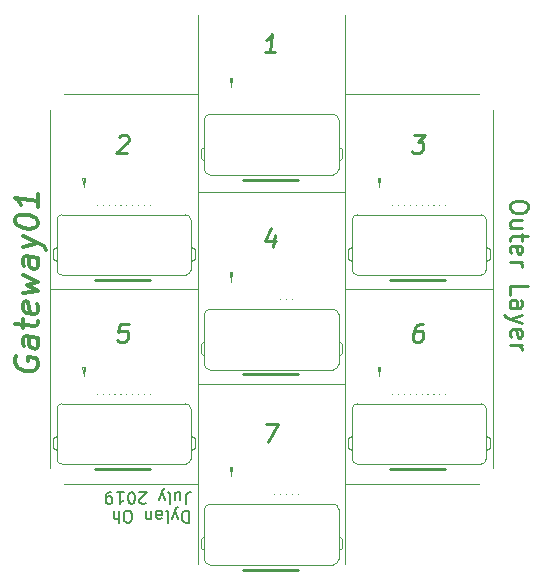
<source format=gbr>
G04 #@! TF.GenerationSoftware,KiCad,Pcbnew,(6.0.0-rc1-dev-305-gf0b8b2136)*
G04 #@! TF.CreationDate,2019-07-12T16:48:16-06:00*
G04 #@! TF.ProjectId,Gateway01,4761746577617930312E6B696361645F,rev?*
G04 #@! TF.SameCoordinates,Original*
G04 #@! TF.FileFunction,Legend,Top*
G04 #@! TF.FilePolarity,Positive*
%FSLAX46Y46*%
G04 Gerber Fmt 4.6, Leading zero omitted, Abs format (unit mm)*
G04 Created by KiCad (PCBNEW (6.0.0-rc1-dev-305-gf0b8b2136)) date 07/12/19 16:48:16*
%MOMM*%
%LPD*%
G01*
G04 APERTURE LIST*
%ADD10C,0.120000*%
%ADD11C,0.225000*%
%ADD12C,0.150000*%
%ADD13C,0.300000*%
G04 APERTURE END LIST*
D10*
X90337000Y-112330000D02*
X90537000Y-112330000D01*
X90437000Y-113100000D02*
X90337000Y-112330000D01*
X90537000Y-112330000D02*
X90437000Y-113100000D01*
X90437000Y-113100000D02*
X90437000Y-112330000D01*
X102837000Y-103830000D02*
X103037000Y-103830000D01*
X102937000Y-104600000D02*
X102837000Y-103830000D01*
X103037000Y-103830000D02*
X102937000Y-104600000D01*
X102937000Y-104600000D02*
X102937000Y-103830000D01*
X90337000Y-95830000D02*
X90537000Y-95830000D01*
X90437000Y-96600000D02*
X90337000Y-95830000D01*
X90537000Y-95830000D02*
X90437000Y-96600000D01*
X90437000Y-96600000D02*
X90437000Y-95830000D01*
X77837000Y-103830000D02*
X78037000Y-103830000D01*
X77937000Y-104600000D02*
X77837000Y-103830000D01*
X78037000Y-103830000D02*
X77937000Y-104600000D01*
X77937000Y-104600000D02*
X77937000Y-103830000D01*
X102837000Y-87830000D02*
X103037000Y-87830000D01*
X102937000Y-88600000D02*
X102837000Y-87830000D01*
X103037000Y-87830000D02*
X102937000Y-88600000D01*
X102937000Y-88600000D02*
X102937000Y-87830000D01*
X77837000Y-87830000D02*
X78037000Y-87830000D01*
X77937000Y-88600000D02*
X77837000Y-87830000D01*
X78037000Y-87830000D02*
X77937000Y-88600000D01*
X77937000Y-88600000D02*
X77937000Y-87830000D01*
X90437000Y-80100000D02*
X90437000Y-79330000D01*
D11*
X103912000Y-112500000D02*
X108572000Y-112500000D01*
X91412000Y-121000000D02*
X96072000Y-121000000D01*
X91412000Y-104460000D02*
X96072000Y-104460000D01*
X78912000Y-112500000D02*
X83572000Y-112500000D01*
X78912000Y-96500000D02*
X83572000Y-96500000D01*
X103912000Y-96500000D02*
X108572000Y-96500000D01*
D10*
X96122000Y-114650000D02*
G75*
G03X96122000Y-114650000I-60000J0D01*
G01*
X95622000Y-114650000D02*
G75*
G03X95622000Y-114650000I-60000J0D01*
G01*
X95122000Y-114650000D02*
G75*
G03X95122000Y-114650000I-60000J0D01*
G01*
X94622000Y-114650000D02*
G75*
G03X94622000Y-114650000I-60000J0D01*
G01*
X94122000Y-114650000D02*
G75*
G03X94122000Y-114650000I-60000J0D01*
G01*
X93622000Y-114650000D02*
G75*
G03X93622000Y-114650000I-60000J0D01*
G01*
X93122000Y-114650000D02*
G75*
G03X93122000Y-114650000I-60000J0D01*
G01*
X92622000Y-114650000D02*
G75*
G03X92622000Y-114650000I-60000J0D01*
G01*
X92122000Y-114650000D02*
G75*
G03X92122000Y-114650000I-60000J0D01*
G01*
X108622000Y-106150000D02*
G75*
G03X108622000Y-106150000I-60000J0D01*
G01*
X108122000Y-106150000D02*
G75*
G03X108122000Y-106150000I-60000J0D01*
G01*
X107622000Y-106150000D02*
G75*
G03X107622000Y-106150000I-60000J0D01*
G01*
X107122000Y-106150000D02*
G75*
G03X107122000Y-106150000I-60000J0D01*
G01*
X106622000Y-106150000D02*
G75*
G03X106622000Y-106150000I-60000J0D01*
G01*
X106122000Y-106150000D02*
G75*
G03X106122000Y-106150000I-60000J0D01*
G01*
X105622000Y-106150000D02*
G75*
G03X105622000Y-106150000I-60000J0D01*
G01*
X105122000Y-106150000D02*
G75*
G03X105122000Y-106150000I-60000J0D01*
G01*
X104622000Y-106150000D02*
G75*
G03X104622000Y-106150000I-60000J0D01*
G01*
X83622000Y-106150000D02*
G75*
G03X83622000Y-106150000I-60000J0D01*
G01*
X83122000Y-106150000D02*
G75*
G03X83122000Y-106150000I-60000J0D01*
G01*
X82622000Y-106150000D02*
G75*
G03X82622000Y-106150000I-60000J0D01*
G01*
X82122000Y-106150000D02*
G75*
G03X82122000Y-106150000I-60000J0D01*
G01*
X81622000Y-106150000D02*
G75*
G03X81622000Y-106150000I-60000J0D01*
G01*
X81122000Y-106150000D02*
G75*
G03X81122000Y-106150000I-60000J0D01*
G01*
X80622000Y-106150000D02*
G75*
G03X80622000Y-106150000I-60000J0D01*
G01*
X80122000Y-106150000D02*
G75*
G03X80122000Y-106150000I-60000J0D01*
G01*
X79622000Y-106150000D02*
G75*
G03X79622000Y-106150000I-60000J0D01*
G01*
X96122000Y-98150000D02*
G75*
G03X96122000Y-98150000I-60000J0D01*
G01*
X95622000Y-98150000D02*
G75*
G03X95622000Y-98150000I-60000J0D01*
G01*
X95122000Y-98150000D02*
G75*
G03X95122000Y-98150000I-60000J0D01*
G01*
X94622000Y-98150000D02*
G75*
G03X94622000Y-98150000I-60000J0D01*
G01*
X94122000Y-98150000D02*
G75*
G03X94122000Y-98150000I-60000J0D01*
G01*
X93622000Y-98150000D02*
G75*
G03X93622000Y-98150000I-60000J0D01*
G01*
X93122000Y-98150000D02*
G75*
G03X93122000Y-98150000I-60000J0D01*
G01*
X92622000Y-98150000D02*
G75*
G03X92622000Y-98150000I-60000J0D01*
G01*
X92122000Y-98150000D02*
G75*
G03X92122000Y-98150000I-60000J0D01*
G01*
X108622000Y-90150000D02*
G75*
G03X108622000Y-90150000I-60000J0D01*
G01*
X108122000Y-90150000D02*
G75*
G03X108122000Y-90150000I-60000J0D01*
G01*
X107622000Y-90150000D02*
G75*
G03X107622000Y-90150000I-60000J0D01*
G01*
X107122000Y-90150000D02*
G75*
G03X107122000Y-90150000I-60000J0D01*
G01*
X106622000Y-90150000D02*
G75*
G03X106622000Y-90150000I-60000J0D01*
G01*
X106122000Y-90150000D02*
G75*
G03X106122000Y-90150000I-60000J0D01*
G01*
X105622000Y-90150000D02*
G75*
G03X105622000Y-90150000I-60000J0D01*
G01*
X105122000Y-90150000D02*
G75*
G03X105122000Y-90150000I-60000J0D01*
G01*
X104622000Y-90150000D02*
G75*
G03X104622000Y-90150000I-60000J0D01*
G01*
X83622000Y-90150000D02*
G75*
G03X83622000Y-90150000I-60000J0D01*
G01*
X83122000Y-90150000D02*
G75*
G03X83122000Y-90150000I-60000J0D01*
G01*
X82622000Y-90150000D02*
G75*
G03X82622000Y-90150000I-60000J0D01*
G01*
X82122000Y-90150000D02*
G75*
G03X82122000Y-90150000I-60000J0D01*
G01*
X81622000Y-90150000D02*
G75*
G03X81622000Y-90150000I-60000J0D01*
G01*
X81122000Y-90150000D02*
G75*
G03X81122000Y-90150000I-60000J0D01*
G01*
X80622000Y-90150000D02*
G75*
G03X80622000Y-90150000I-60000J0D01*
G01*
X80122000Y-90150000D02*
G75*
G03X80122000Y-90150000I-60000J0D01*
G01*
X79622000Y-90150000D02*
G75*
G03X79622000Y-90150000I-60000J0D01*
G01*
X91622000Y-114650000D02*
G75*
G03X91622000Y-114650000I-60000J0D01*
G01*
X104122000Y-106150000D02*
G75*
G03X104122000Y-106150000I-60000J0D01*
G01*
X79122000Y-106150000D02*
G75*
G03X79122000Y-106150000I-60000J0D01*
G01*
X91622000Y-98150000D02*
G75*
G03X91622000Y-98150000I-60000J0D01*
G01*
X104122000Y-90150000D02*
G75*
G03X104122000Y-90150000I-60000J0D01*
G01*
X79122000Y-90150000D02*
G75*
G03X79122000Y-90150000I-60000J0D01*
G01*
D11*
X91452000Y-88000000D02*
X96112000Y-88000000D01*
D10*
X96122000Y-81650000D02*
G75*
G03X96122000Y-81650000I-60000J0D01*
G01*
X95622000Y-81650000D02*
G75*
G03X95622000Y-81650000I-60000J0D01*
G01*
X95122000Y-81650000D02*
G75*
G03X95122000Y-81650000I-60000J0D01*
G01*
X94622000Y-81650000D02*
G75*
G03X94622000Y-81650000I-60000J0D01*
G01*
X94122000Y-81650000D02*
G75*
G03X94122000Y-81650000I-60000J0D01*
G01*
X93622000Y-81650000D02*
G75*
G03X93622000Y-81650000I-60000J0D01*
G01*
X93122000Y-81650000D02*
G75*
G03X93122000Y-81650000I-60000J0D01*
G01*
X92622000Y-81650000D02*
G75*
G03X92622000Y-81650000I-60000J0D01*
G01*
X92122000Y-81650000D02*
G75*
G03X92122000Y-81650000I-60000J0D01*
G01*
X91622000Y-81650000D02*
G75*
G03X91622000Y-81650000I-60000J0D01*
G01*
X90537000Y-79330000D02*
X90437000Y-80100000D01*
X90337000Y-79330000D02*
X90537000Y-79330000D01*
X90437000Y-80100000D02*
X90337000Y-79330000D01*
D11*
X115561428Y-90127142D02*
X115561428Y-90412857D01*
X115490000Y-90555714D01*
X115347142Y-90698571D01*
X115061428Y-90770000D01*
X114561428Y-90770000D01*
X114275714Y-90698571D01*
X114132857Y-90555714D01*
X114061428Y-90412857D01*
X114061428Y-90127142D01*
X114132857Y-89984285D01*
X114275714Y-89841428D01*
X114561428Y-89770000D01*
X115061428Y-89770000D01*
X115347142Y-89841428D01*
X115490000Y-89984285D01*
X115561428Y-90127142D01*
X115061428Y-92055714D02*
X114061428Y-92055714D01*
X115061428Y-91412857D02*
X114275714Y-91412857D01*
X114132857Y-91484285D01*
X114061428Y-91627142D01*
X114061428Y-91841428D01*
X114132857Y-91984285D01*
X114204285Y-92055714D01*
X115061428Y-92555714D02*
X115061428Y-93127142D01*
X115561428Y-92770000D02*
X114275714Y-92770000D01*
X114132857Y-92841428D01*
X114061428Y-92984285D01*
X114061428Y-93127142D01*
X114132857Y-94198571D02*
X114061428Y-94055714D01*
X114061428Y-93770000D01*
X114132857Y-93627142D01*
X114275714Y-93555714D01*
X114847142Y-93555714D01*
X114990000Y-93627142D01*
X115061428Y-93770000D01*
X115061428Y-94055714D01*
X114990000Y-94198571D01*
X114847142Y-94270000D01*
X114704285Y-94270000D01*
X114561428Y-93555714D01*
X114061428Y-94912857D02*
X115061428Y-94912857D01*
X114775714Y-94912857D02*
X114918571Y-94984285D01*
X114990000Y-95055714D01*
X115061428Y-95198571D01*
X115061428Y-95341428D01*
X114061428Y-97698571D02*
X114061428Y-96984285D01*
X115561428Y-96984285D01*
X114061428Y-98841428D02*
X114847142Y-98841428D01*
X114990000Y-98770000D01*
X115061428Y-98627142D01*
X115061428Y-98341428D01*
X114990000Y-98198571D01*
X114132857Y-98841428D02*
X114061428Y-98698571D01*
X114061428Y-98341428D01*
X114132857Y-98198571D01*
X114275714Y-98127142D01*
X114418571Y-98127142D01*
X114561428Y-98198571D01*
X114632857Y-98341428D01*
X114632857Y-98698571D01*
X114704285Y-98841428D01*
X115061428Y-99412857D02*
X114061428Y-99770000D01*
X115061428Y-100127142D02*
X114061428Y-99770000D01*
X113704285Y-99627142D01*
X113632857Y-99555714D01*
X113561428Y-99412857D01*
X114132857Y-101270000D02*
X114061428Y-101127142D01*
X114061428Y-100841428D01*
X114132857Y-100698571D01*
X114275714Y-100627142D01*
X114847142Y-100627142D01*
X114990000Y-100698571D01*
X115061428Y-100841428D01*
X115061428Y-101127142D01*
X114990000Y-101270000D01*
X114847142Y-101341428D01*
X114704285Y-101341428D01*
X114561428Y-100627142D01*
X114061428Y-101984285D02*
X115061428Y-101984285D01*
X114775714Y-101984285D02*
X114918571Y-102055714D01*
X114990000Y-102127142D01*
X115061428Y-102270000D01*
X115061428Y-102412857D01*
D12*
X86618690Y-115417619D02*
X86618690Y-114703333D01*
X86666309Y-114560476D01*
X86761547Y-114465238D01*
X86904404Y-114417619D01*
X86999642Y-114417619D01*
X85713928Y-115084285D02*
X85713928Y-114417619D01*
X86142500Y-115084285D02*
X86142500Y-114560476D01*
X86094880Y-114465238D01*
X85999642Y-114417619D01*
X85856785Y-114417619D01*
X85761547Y-114465238D01*
X85713928Y-114512857D01*
X85094880Y-114417619D02*
X85190119Y-114465238D01*
X85237738Y-114560476D01*
X85237738Y-115417619D01*
X84809166Y-115084285D02*
X84571071Y-114417619D01*
X84332976Y-115084285D02*
X84571071Y-114417619D01*
X84666309Y-114179523D01*
X84713928Y-114131904D01*
X84809166Y-114084285D01*
X83237738Y-115322380D02*
X83190119Y-115370000D01*
X83094880Y-115417619D01*
X82856785Y-115417619D01*
X82761547Y-115370000D01*
X82713928Y-115322380D01*
X82666309Y-115227142D01*
X82666309Y-115131904D01*
X82713928Y-114989047D01*
X83285357Y-114417619D01*
X82666309Y-114417619D01*
X82047261Y-115417619D02*
X81952023Y-115417619D01*
X81856785Y-115370000D01*
X81809166Y-115322380D01*
X81761547Y-115227142D01*
X81713928Y-115036666D01*
X81713928Y-114798571D01*
X81761547Y-114608095D01*
X81809166Y-114512857D01*
X81856785Y-114465238D01*
X81952023Y-114417619D01*
X82047261Y-114417619D01*
X82142500Y-114465238D01*
X82190119Y-114512857D01*
X82237738Y-114608095D01*
X82285357Y-114798571D01*
X82285357Y-115036666D01*
X82237738Y-115227142D01*
X82190119Y-115322380D01*
X82142500Y-115370000D01*
X82047261Y-115417619D01*
X80761547Y-114417619D02*
X81332976Y-114417619D01*
X81047261Y-114417619D02*
X81047261Y-115417619D01*
X81142500Y-115274761D01*
X81237738Y-115179523D01*
X81332976Y-115131904D01*
X80285357Y-114417619D02*
X80094880Y-114417619D01*
X79999642Y-114465238D01*
X79952023Y-114512857D01*
X79856785Y-114655714D01*
X79809166Y-114846190D01*
X79809166Y-115227142D01*
X79856785Y-115322380D01*
X79904404Y-115370000D01*
X79999642Y-115417619D01*
X80190119Y-115417619D01*
X80285357Y-115370000D01*
X80332976Y-115322380D01*
X80380595Y-115227142D01*
X80380595Y-114989047D01*
X80332976Y-114893809D01*
X80285357Y-114846190D01*
X80190119Y-114798571D01*
X79999642Y-114798571D01*
X79904404Y-114846190D01*
X79856785Y-114893809D01*
X79809166Y-114989047D01*
X86824404Y-116007619D02*
X86824404Y-117007619D01*
X86586309Y-117007619D01*
X86443452Y-116960000D01*
X86348214Y-116864761D01*
X86300595Y-116769523D01*
X86252976Y-116579047D01*
X86252976Y-116436190D01*
X86300595Y-116245714D01*
X86348214Y-116150476D01*
X86443452Y-116055238D01*
X86586309Y-116007619D01*
X86824404Y-116007619D01*
X85919642Y-116674285D02*
X85681547Y-116007619D01*
X85443452Y-116674285D02*
X85681547Y-116007619D01*
X85776785Y-115769523D01*
X85824404Y-115721904D01*
X85919642Y-115674285D01*
X84919642Y-116007619D02*
X85014880Y-116055238D01*
X85062500Y-116150476D01*
X85062500Y-117007619D01*
X84110119Y-116007619D02*
X84110119Y-116531428D01*
X84157738Y-116626666D01*
X84252976Y-116674285D01*
X84443452Y-116674285D01*
X84538690Y-116626666D01*
X84110119Y-116055238D02*
X84205357Y-116007619D01*
X84443452Y-116007619D01*
X84538690Y-116055238D01*
X84586309Y-116150476D01*
X84586309Y-116245714D01*
X84538690Y-116340952D01*
X84443452Y-116388571D01*
X84205357Y-116388571D01*
X84110119Y-116436190D01*
X83633928Y-116674285D02*
X83633928Y-116007619D01*
X83633928Y-116579047D02*
X83586309Y-116626666D01*
X83491071Y-116674285D01*
X83348214Y-116674285D01*
X83252976Y-116626666D01*
X83205357Y-116531428D01*
X83205357Y-116007619D01*
X81776785Y-117007619D02*
X81586309Y-117007619D01*
X81491071Y-116960000D01*
X81395833Y-116864761D01*
X81348214Y-116674285D01*
X81348214Y-116340952D01*
X81395833Y-116150476D01*
X81491071Y-116055238D01*
X81586309Y-116007619D01*
X81776785Y-116007619D01*
X81872023Y-116055238D01*
X81967261Y-116150476D01*
X82014880Y-116340952D01*
X82014880Y-116674285D01*
X81967261Y-116864761D01*
X81872023Y-116960000D01*
X81776785Y-117007619D01*
X80919642Y-116007619D02*
X80919642Y-117007619D01*
X80491071Y-116007619D02*
X80491071Y-116531428D01*
X80538690Y-116626666D01*
X80633928Y-116674285D01*
X80776785Y-116674285D01*
X80872023Y-116626666D01*
X80919642Y-116579047D01*
D11*
X93389522Y-108678571D02*
X94389522Y-108678571D01*
X93559165Y-110178571D01*
X106675236Y-100178571D02*
X106389522Y-100178571D01*
X106237736Y-100250000D01*
X106157379Y-100321428D01*
X105987736Y-100535714D01*
X105880593Y-100821428D01*
X105809165Y-101392857D01*
X105862736Y-101535714D01*
X105925236Y-101607142D01*
X106059165Y-101678571D01*
X106344879Y-101678571D01*
X106496665Y-101607142D01*
X106577022Y-101535714D01*
X106666308Y-101392857D01*
X106710950Y-101035714D01*
X106657379Y-100892857D01*
X106594879Y-100821428D01*
X106460950Y-100750000D01*
X106175236Y-100750000D01*
X106023450Y-100821428D01*
X105943093Y-100892857D01*
X105853808Y-101035714D01*
X81746665Y-100178571D02*
X81032379Y-100178571D01*
X80871665Y-100892857D01*
X80952022Y-100821428D01*
X81103808Y-100750000D01*
X81460950Y-100750000D01*
X81594879Y-100821428D01*
X81657379Y-100892857D01*
X81710950Y-101035714D01*
X81666308Y-101392857D01*
X81577022Y-101535714D01*
X81496665Y-101607142D01*
X81344879Y-101678571D01*
X80987736Y-101678571D01*
X80853808Y-101607142D01*
X80791308Y-101535714D01*
X94112736Y-92678571D02*
X93987736Y-93678571D01*
X93827022Y-92107142D02*
X93335950Y-93178571D01*
X94264522Y-93178571D01*
X105889522Y-84178571D02*
X106818093Y-84178571D01*
X106246665Y-84750000D01*
X106460950Y-84750000D01*
X106594879Y-84821428D01*
X106657379Y-84892857D01*
X106710950Y-85035714D01*
X106666308Y-85392857D01*
X106577022Y-85535714D01*
X106496665Y-85607142D01*
X106344879Y-85678571D01*
X105916308Y-85678571D01*
X105782379Y-85607142D01*
X105719879Y-85535714D01*
X80943093Y-84321428D02*
X81023450Y-84250000D01*
X81175236Y-84178571D01*
X81532379Y-84178571D01*
X81666308Y-84250000D01*
X81728808Y-84321428D01*
X81782379Y-84464285D01*
X81764522Y-84607142D01*
X81666308Y-84821428D01*
X80702022Y-85678571D01*
X81630593Y-85678571D01*
X94130593Y-77178571D02*
X93273450Y-77178571D01*
X93702022Y-77178571D02*
X93889522Y-75678571D01*
X93719879Y-75892857D01*
X93559165Y-76035714D01*
X93407379Y-76107142D01*
D10*
X87602000Y-120515000D02*
X87602000Y-74000000D01*
X100102000Y-120515000D02*
X100102000Y-74000000D01*
X112584000Y-112410000D02*
X112584000Y-82080000D01*
X100102000Y-97250000D02*
X112584000Y-97250000D01*
X100102000Y-113750000D02*
X111425000Y-113750000D01*
X111425000Y-80750000D02*
X100102000Y-80750000D01*
X76285000Y-113750000D02*
X87602000Y-113750000D01*
X75120000Y-82080000D02*
X75120000Y-112410000D01*
X75120000Y-97250000D02*
X87602000Y-97250000D01*
X87602000Y-80750000D02*
X76285000Y-80750000D01*
X100102000Y-105250000D02*
X87602000Y-105250000D01*
X87602000Y-89000000D02*
X100102000Y-89000000D01*
D13*
X72200000Y-102940446D02*
X72104761Y-103119017D01*
X72104761Y-103404732D01*
X72200000Y-103702351D01*
X72390476Y-103916636D01*
X72580952Y-104035684D01*
X72961904Y-104178541D01*
X73247619Y-104214255D01*
X73628571Y-104166636D01*
X73819047Y-104095208D01*
X74009523Y-103928541D01*
X74104761Y-103654732D01*
X74104761Y-103464255D01*
X74009523Y-103166636D01*
X73914285Y-103059494D01*
X73247619Y-102976160D01*
X73247619Y-103357113D01*
X74104761Y-101369017D02*
X73057142Y-101238065D01*
X72866666Y-101309494D01*
X72771428Y-101488065D01*
X72771428Y-101869017D01*
X72866666Y-102071398D01*
X74009523Y-101357113D02*
X74104761Y-101559494D01*
X74104761Y-102035684D01*
X74009523Y-102214255D01*
X73819047Y-102285684D01*
X73628571Y-102261875D01*
X73438095Y-102142827D01*
X73342857Y-101940446D01*
X73342857Y-101464255D01*
X73247619Y-101261875D01*
X72771428Y-100535684D02*
X72771428Y-99773779D01*
X72104761Y-100166636D02*
X73819047Y-100380922D01*
X74009523Y-100309494D01*
X74104761Y-100130922D01*
X74104761Y-99940446D01*
X74009523Y-98499970D02*
X74104761Y-98702351D01*
X74104761Y-99083303D01*
X74009523Y-99261875D01*
X73819047Y-99333303D01*
X73057142Y-99238065D01*
X72866666Y-99119017D01*
X72771428Y-98916636D01*
X72771428Y-98535684D01*
X72866666Y-98357113D01*
X73057142Y-98285684D01*
X73247619Y-98309494D01*
X73438095Y-99285684D01*
X72771428Y-97583303D02*
X74104761Y-97369017D01*
X73152380Y-96869017D01*
X74104761Y-96607113D01*
X72771428Y-96059494D01*
X74104761Y-94607113D02*
X73057142Y-94476160D01*
X72866666Y-94547589D01*
X72771428Y-94726160D01*
X72771428Y-95107113D01*
X72866666Y-95309494D01*
X74009523Y-94595208D02*
X74104761Y-94797589D01*
X74104761Y-95273779D01*
X74009523Y-95452351D01*
X73819047Y-95523779D01*
X73628571Y-95499970D01*
X73438095Y-95380922D01*
X73342857Y-95178541D01*
X73342857Y-94702351D01*
X73247619Y-94499970D01*
X72771428Y-93678541D02*
X74104761Y-93369017D01*
X72771428Y-92726160D02*
X74104761Y-93369017D01*
X74580952Y-93619017D01*
X74676190Y-93726160D01*
X74771428Y-93928541D01*
X72104761Y-91499970D02*
X72104761Y-91309494D01*
X72200000Y-91130922D01*
X72295238Y-91047589D01*
X72485714Y-90976160D01*
X72866666Y-90928541D01*
X73342857Y-90988065D01*
X73723809Y-91130922D01*
X73914285Y-91249970D01*
X74009523Y-91357113D01*
X74104761Y-91559494D01*
X74104761Y-91749970D01*
X74009523Y-91928541D01*
X73914285Y-92011875D01*
X73723809Y-92083303D01*
X73342857Y-92130922D01*
X72866666Y-92071398D01*
X72485714Y-91928541D01*
X72295238Y-91809494D01*
X72200000Y-91702351D01*
X72104761Y-91499970D01*
X74104761Y-89178541D02*
X74104761Y-90321398D01*
X74104761Y-89749970D02*
X72104761Y-89499970D01*
X72390476Y-89726160D01*
X72580952Y-89940446D01*
X72676190Y-90142827D01*
D10*
G04 #@! TO.C,U8*
X99532000Y-99390000D02*
G75*
G03X99082000Y-98940000I-450000J0D01*
G01*
X88622000Y-98940000D02*
G75*
G03X88172000Y-99390000I0J-450000D01*
G01*
X99082000Y-104060000D02*
G75*
G03X99532000Y-103610000I0J450000D01*
G01*
X88172000Y-103610000D02*
G75*
G03X88622000Y-104060000I450000J0D01*
G01*
X88622000Y-104060000D02*
X99082000Y-104060000D01*
X88622000Y-98940000D02*
X99082000Y-98940000D01*
X99532000Y-103610000D02*
X99532000Y-99390000D01*
X88172000Y-99390000D02*
X88172000Y-103610000D01*
X87852000Y-101870000D02*
X87852000Y-102670000D01*
X87852000Y-102670000D02*
X88172000Y-102870000D01*
X99852000Y-102670000D02*
X99532000Y-102870000D01*
X99852000Y-101870000D02*
X99852000Y-102670000D01*
X99852000Y-101870000D02*
X99532000Y-101670000D01*
X87852000Y-101870000D02*
X88172000Y-101670000D01*
G04 #@! TO.C,U2*
X99532000Y-82890000D02*
G75*
G03X99082000Y-82440000I-450000J0D01*
G01*
X88622000Y-82440000D02*
G75*
G03X88172000Y-82890000I0J-450000D01*
G01*
X99082000Y-87560000D02*
G75*
G03X99532000Y-87110000I0J450000D01*
G01*
X88172000Y-87110000D02*
G75*
G03X88622000Y-87560000I450000J0D01*
G01*
X88622000Y-87560000D02*
X99082000Y-87560000D01*
X88622000Y-82440000D02*
X99082000Y-82440000D01*
X99532000Y-87110000D02*
X99532000Y-82890000D01*
X88172000Y-82890000D02*
X88172000Y-87110000D01*
X87852000Y-85370000D02*
X87852000Y-86170000D01*
X87852000Y-86170000D02*
X88172000Y-86370000D01*
X99852000Y-86170000D02*
X99532000Y-86370000D01*
X99852000Y-85370000D02*
X99852000Y-86170000D01*
X99852000Y-85370000D02*
X99532000Y-85170000D01*
X87852000Y-85370000D02*
X88172000Y-85170000D01*
G04 #@! TO.C,U4*
X87032000Y-91390000D02*
G75*
G03X86582000Y-90940000I-450000J0D01*
G01*
X76122000Y-90940000D02*
G75*
G03X75672000Y-91390000I0J-450000D01*
G01*
X86582000Y-96060000D02*
G75*
G03X87032000Y-95610000I0J450000D01*
G01*
X75672000Y-95610000D02*
G75*
G03X76122000Y-96060000I450000J0D01*
G01*
X76122000Y-96060000D02*
X86582000Y-96060000D01*
X76122000Y-90940000D02*
X86582000Y-90940000D01*
X87032000Y-95610000D02*
X87032000Y-91390000D01*
X75672000Y-91390000D02*
X75672000Y-95610000D01*
X75352000Y-93870000D02*
X75352000Y-94670000D01*
X75352000Y-94670000D02*
X75672000Y-94870000D01*
X87352000Y-94670000D02*
X87032000Y-94870000D01*
X87352000Y-93870000D02*
X87352000Y-94670000D01*
X87352000Y-93870000D02*
X87032000Y-93670000D01*
X75352000Y-93870000D02*
X75672000Y-93670000D01*
G04 #@! TO.C,U6*
X112032000Y-91390000D02*
G75*
G03X111582000Y-90940000I-450000J0D01*
G01*
X101122000Y-90940000D02*
G75*
G03X100672000Y-91390000I0J-450000D01*
G01*
X111582000Y-96060000D02*
G75*
G03X112032000Y-95610000I0J450000D01*
G01*
X100672000Y-95610000D02*
G75*
G03X101122000Y-96060000I450000J0D01*
G01*
X101122000Y-96060000D02*
X111582000Y-96060000D01*
X101122000Y-90940000D02*
X111582000Y-90940000D01*
X112032000Y-95610000D02*
X112032000Y-91390000D01*
X100672000Y-91390000D02*
X100672000Y-95610000D01*
X100352000Y-93870000D02*
X100352000Y-94670000D01*
X100352000Y-94670000D02*
X100672000Y-94870000D01*
X112352000Y-94670000D02*
X112032000Y-94870000D01*
X112352000Y-93870000D02*
X112352000Y-94670000D01*
X112352000Y-93870000D02*
X112032000Y-93670000D01*
X100352000Y-93870000D02*
X100672000Y-93670000D01*
G04 #@! TO.C,U10*
X87032000Y-107390000D02*
G75*
G03X86582000Y-106940000I-450000J0D01*
G01*
X76122000Y-106940000D02*
G75*
G03X75672000Y-107390000I0J-450000D01*
G01*
X86582000Y-112060000D02*
G75*
G03X87032000Y-111610000I0J450000D01*
G01*
X75672000Y-111610000D02*
G75*
G03X76122000Y-112060000I450000J0D01*
G01*
X76122000Y-112060000D02*
X86582000Y-112060000D01*
X76122000Y-106940000D02*
X86582000Y-106940000D01*
X87032000Y-111610000D02*
X87032000Y-107390000D01*
X75672000Y-107390000D02*
X75672000Y-111610000D01*
X75352000Y-109870000D02*
X75352000Y-110670000D01*
X75352000Y-110670000D02*
X75672000Y-110870000D01*
X87352000Y-110670000D02*
X87032000Y-110870000D01*
X87352000Y-109870000D02*
X87352000Y-110670000D01*
X87352000Y-109870000D02*
X87032000Y-109670000D01*
X75352000Y-109870000D02*
X75672000Y-109670000D01*
G04 #@! TO.C,U14*
X99532000Y-115890000D02*
G75*
G03X99082000Y-115440000I-450000J0D01*
G01*
X88622000Y-115440000D02*
G75*
G03X88172000Y-115890000I0J-450000D01*
G01*
X99082000Y-120560000D02*
G75*
G03X99532000Y-120110000I0J450000D01*
G01*
X88172000Y-120110000D02*
G75*
G03X88622000Y-120560000I450000J0D01*
G01*
X88622000Y-120560000D02*
X99082000Y-120560000D01*
X88622000Y-115440000D02*
X99082000Y-115440000D01*
X99532000Y-120110000D02*
X99532000Y-115890000D01*
X88172000Y-115890000D02*
X88172000Y-120110000D01*
X87852000Y-118370000D02*
X87852000Y-119170000D01*
X87852000Y-119170000D02*
X88172000Y-119370000D01*
X99852000Y-119170000D02*
X99532000Y-119370000D01*
X99852000Y-118370000D02*
X99852000Y-119170000D01*
X99852000Y-118370000D02*
X99532000Y-118170000D01*
X87852000Y-118370000D02*
X88172000Y-118170000D01*
G04 #@! TO.C,U12*
X112032000Y-107390000D02*
G75*
G03X111582000Y-106940000I-450000J0D01*
G01*
X101122000Y-106940000D02*
G75*
G03X100672000Y-107390000I0J-450000D01*
G01*
X111582000Y-112060000D02*
G75*
G03X112032000Y-111610000I0J450000D01*
G01*
X100672000Y-111610000D02*
G75*
G03X101122000Y-112060000I450000J0D01*
G01*
X101122000Y-112060000D02*
X111582000Y-112060000D01*
X101122000Y-106940000D02*
X111582000Y-106940000D01*
X112032000Y-111610000D02*
X112032000Y-107390000D01*
X100672000Y-107390000D02*
X100672000Y-111610000D01*
X100352000Y-109870000D02*
X100352000Y-110670000D01*
X100352000Y-110670000D02*
X100672000Y-110870000D01*
X112352000Y-110670000D02*
X112032000Y-110870000D01*
X112352000Y-109870000D02*
X112352000Y-110670000D01*
X112352000Y-109870000D02*
X112032000Y-109670000D01*
X100352000Y-109870000D02*
X100672000Y-109670000D01*
G04 #@! TD*
M02*

</source>
